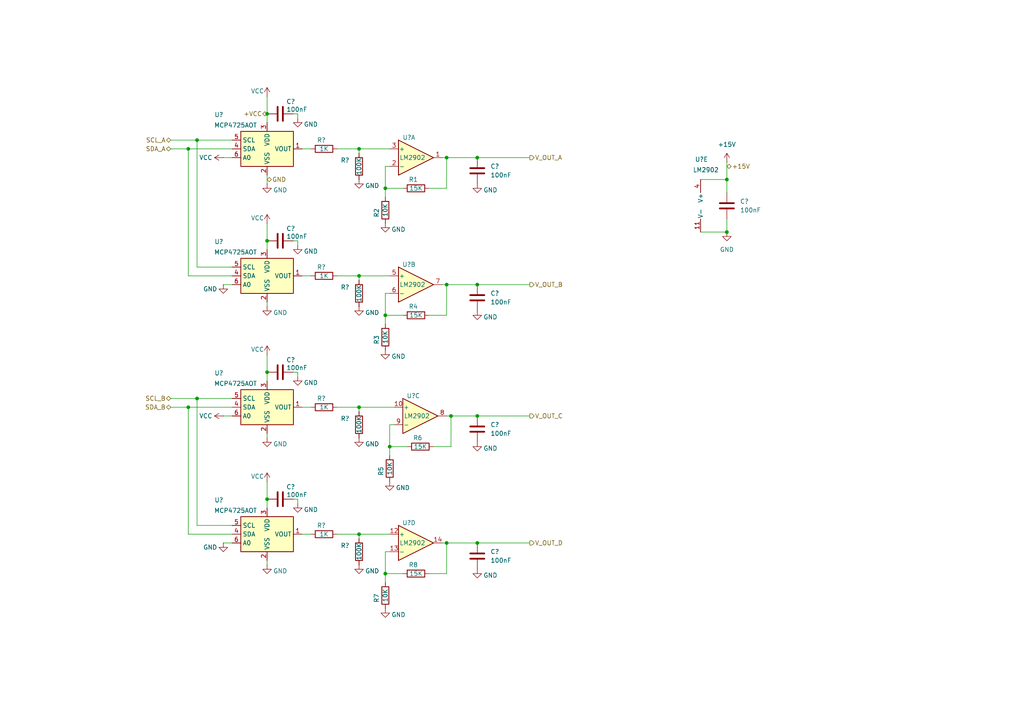
<source format=kicad_sch>
(kicad_sch (version 20250114) (generator "eeschema") (generator_version "9.0")
  (paper "A4")
  (title_block (title "Quad Gerador 0-5V LOW PWR") (date "2025-11-13") (rev "1.0") (company "Centro Oeste Módulos"))
  (lib_symbols
    (symbol "Amplifier_Operational:LM2902" (pin_names (offset 0.127))
      (property "Reference" "U" (at 0 5.08 0))
      (property "Value" "LM2902" (at 0 -5.08 0))
      (symbol "LM2902_1_1"
        (polyline (pts (xy -5.08 5.08) (xy 5.08 0) (xy -5.08 -5.08) (xy -5.08 5.08)) (stroke (width 0.254)) (fill (type background)))
        (pin input line (at -7.62 2.54 0) (length 2.54) (name "+") (number "3"))
        (pin input line (at -7.62 -2.54 0) (length 2.54) (name "-") (number "2"))
        (pin output line (at 7.62 0 180) (length 2.54) (name "~") (number "1"))
      )
      (symbol "LM2902_2_1"
        (polyline (pts (xy -5.08 5.08) (xy 5.08 0) (xy -5.08 -5.08) (xy -5.08 5.08)) (stroke (width 0.254)) (fill (type background)))
        (pin input line (at -7.62 2.54 0) (length 2.54) (name "+") (number "5"))
        (pin input line (at -7.62 -2.54 0) (length 2.54) (name "-") (number "6"))
        (pin output line (at 7.62 0 180) (length 2.54) (name "~") (number "7"))
      )
      (symbol "LM2902_3_1"
        (polyline (pts (xy -5.08 5.08) (xy 5.08 0) (xy -5.08 -5.08) (xy -5.08 5.08)) (stroke (width 0.254)) (fill (type background)))
        (pin input line (at -7.62 2.54 0) (length 2.54) (name "+") (number "10"))
        (pin input line (at -7.62 -2.54 0) (length 2.54) (name "-") (number "9"))
        (pin output line (at 7.62 0 180) (length 2.54) (name "~") (number "8"))
      )
      (symbol "LM2902_4_1"
        (polyline (pts (xy -5.08 5.08) (xy 5.08 0) (xy -5.08 -5.08) (xy -5.08 5.08)) (stroke (width 0.254)) (fill (type background)))
        (pin input line (at -7.62 2.54 0) (length 2.54) (name "+") (number "12"))
        (pin input line (at -7.62 -2.54 0) (length 2.54) (name "-") (number "13"))
        (pin output line (at 7.62 0 180) (length 2.54) (name "~") (number "14"))
      )
      (symbol "LM2902_5_1"
        (pin power_in line (at -2.54 7.62 270) (length 3.81) (name "V+") (number "4"))
        (pin power_in line (at -2.54 -7.62 90) (length 3.81) (name "V-") (number "11"))
      )
    )
    (symbol "Analog_DAC:MCP4725xxx-xCH"
      (property "Reference" "U" (at -6.35 6.35 0))
      (property "Value" "MCP4725xxx-xCH" (at 8.89 6.35 0))
      (symbol "MCP4725xxx-xCH_0_1"
        (rectangle (start -7.62 5.08) (end 7.62 -5.08) (stroke (width 0.254)) (fill (type background)))
      )
      (symbol "MCP4725xxx-xCH_1_1"
        (pin input line (at -10.16 2.54 0) (length 2.54) (name "SCL") (number "5"))
        (pin bidirectional line (at -10.16 0 0) (length 2.54) (name "SDA") (number "4"))
        (pin input line (at -10.16 -2.54 0) (length 2.54) (name "A0") (number "6"))
        (pin power_in line (at 0 7.62 270) (length 2.54) (name "VDD") (number "3"))
        (pin power_in line (at 0 -7.62 90) (length 2.54) (name "VSS") (number "2"))
        (pin output line (at 10.16 0 180) (length 2.54) (name "VOUT") (number "1"))
      )
    )
    (symbol "Device:C" (pin_numbers (hide yes)) (pin_names (offset 0.254))
      (property "Reference" "C" (at 0.635 2.54 0))
      (property "Value" "C" (at 0.635 -2.54 0))
      (symbol "C_0_1"
        (polyline (pts (xy -2.032 0.762) (xy 2.032 0.762)) (stroke (width 0.508)))
        (polyline (pts (xy -2.032 -0.762) (xy 2.032 -0.762)) (stroke (width 0.508)))
      )
      (symbol "C_1_1"
        (pin passive line (at 0 3.81 270) (length 2.794) (name "~") (number "1"))
        (pin passive line (at 0 -3.81 90) (length 2.794) (name "~") (number "2"))
      )
    )
    (symbol "Device:R" (pin_numbers (hide yes)) (pin_names (offset 0))
      (property "Reference" "R" (at 2.032 0 90))
      (property "Value" "R" (at 0 0 90))
      (symbol "R_0_1"
        (rectangle (start -1.016 -2.54) (end 1.016 2.54) (stroke (width 0.254)))
      )
      (symbol "R_1_1"
        (pin passive line (at 0 3.81 270) (length 1.27) (name "~") (number "1"))
        (pin passive line (at 0 -3.81 90) (length 1.27) (name "~") (number "2"))
      )
    )
    (symbol "power:+15V" (power) (pin_numbers (hide yes)) (pin_names (offset 0) (hide yes))
      (property "Value" "+15V" (at 0 3.556 0))
      (symbol "+15V_0_1"
        (polyline (pts (xy -0.762 1.27) (xy 0 2.54)))
        (polyline (pts (xy 0 2.54) (xy 0.762 1.27)))
        (polyline (pts (xy 0 0) (xy 0 2.54)))
      )
      (symbol "+15V_1_1"
        (pin power_in line (at 0 0 90) (length 0) (name "~") (number "1"))
      )
    )
    (symbol "power:GND" (power) (pin_numbers (hide yes)) (pin_names (offset 0) (hide yes))
      (property "Value" "GND" (at 0 -3.81 0))
      (symbol "GND_0_1"
        (polyline (pts (xy 0 0) (xy 0 -1.27) (xy 1.27 -1.27) (xy 0 -2.54) (xy -1.27 -1.27) (xy 0 -1.27)))
      )
      (symbol "GND_1_1"
        (pin power_in line (at 0 0 270) (length 0) (name "~") (number "1"))
      )
    )
    (symbol "power:VCC" (power) (pin_numbers (hide yes)) (pin_names (offset 0) (hide yes))
      (property "Value" "VCC" (at 0 3.556 0))
      (symbol "VCC_0_1"
        (polyline (pts (xy -0.762 1.27) (xy 0 2.54)))
        (polyline (pts (xy 0 2.54) (xy 0.762 1.27)))
        (polyline (pts (xy 0 0) (xy 0 2.54)))
      )
      (symbol "VCC_1_1"
        (pin power_in line (at 0 0 90) (length 0) (name "~") (number "1"))
      )
    )
  )
  (junction (at 210.82 52.07))
  (junction (at 104.14 43.18))
  (junction (at 138.43 82.55))
  (junction (at 54.61 118.11))
  (junction (at 129.54 157.48))
  (junction (at 57.15 115.57))
  (junction (at 54.61 43.18))
  (junction (at 77.47 144.78))
  (junction (at 77.47 107.95))
  (junction (at 57.15 40.64))
  (junction (at 111.76 166.37))
  (junction (at 138.43 157.48))
  (junction (at 138.43 45.72))
  (junction (at 104.14 80.01))
  (junction (at 111.76 54.61))
  (junction (at 111.76 91.44))
  (junction (at 130.81 120.65))
  (junction (at 210.82 67.31))
  (junction (at 113.03 129.54))
  (junction (at 104.14 154.94))
  (junction (at 129.54 82.55))
  (junction (at 138.43 120.65))
  (junction (at 104.14 118.11))
  (junction (at 129.54 45.72))
  (junction (at 77.47 33.02))
  (junction (at 77.47 69.85))
  (wire (pts (xy 86.36 69.85) (xy 85.09 69.85)))
  (wire (pts (xy 129.54 45.72) (xy 128.27 45.72)))
  (wire (pts (xy 64.77 82.55) (xy 67.31 82.55)))
  (wire (pts (xy 138.43 120.65) (xy 153.67 120.65)))
  (wire (pts (xy 64.77 45.72) (xy 67.31 45.72)))
  (wire (pts (xy 67.31 77.47) (xy 57.15 77.47)))
  (wire (pts (xy 125.73 129.54) (xy 130.81 129.54)))
  (wire (pts (xy 87.63 154.94) (xy 90.17 154.94)))
  (wire (pts (xy 57.15 152.4) (xy 57.15 115.57)))
  (wire (pts (xy 104.14 118.11) (xy 104.14 119.38)))
  (wire (pts (xy 113.03 48.26) (xy 111.76 48.26)))
  (wire (pts (xy 86.36 33.02) (xy 85.09 33.02)))
  (wire (pts (xy 77.47 69.85) (xy 77.47 72.39)))
  (wire (pts (xy 57.15 115.57) (xy 67.31 115.57)))
  (wire (pts (xy 104.14 80.01) (xy 104.14 81.28)))
  (wire (pts (xy 77.47 88.9) (xy 77.47 87.63)))
  (wire (pts (xy 124.46 91.44) (xy 129.54 91.44)))
  (wire (pts (xy 86.36 107.95) (xy 86.36 109.22)))
  (wire (pts (xy 129.54 120.65) (xy 130.81 120.65)))
  (wire (pts (xy 104.14 43.18) (xy 104.14 44.45)))
  (wire (pts (xy 129.54 82.55) (xy 138.43 82.55)))
  (wire (pts (xy 54.61 118.11) (xy 67.31 118.11)))
  (wire (pts (xy 77.47 127) (xy 77.47 125.73)))
  (wire (pts (xy 86.36 33.02) (xy 86.36 34.29)))
  (wire (pts (xy 114.3 123.19) (xy 113.03 123.19)))
  (wire (pts (xy 203.2 52.07) (xy 210.82 52.07)))
  (wire (pts (xy 113.03 129.54) (xy 113.03 132.08)))
  (wire (pts (xy 138.43 82.55) (xy 153.67 82.55)))
  (wire (pts (xy 104.14 80.01) (xy 113.03 80.01)))
  (wire (pts (xy 97.79 43.18) (xy 104.14 43.18)))
  (wire (pts (xy 104.14 154.94) (xy 113.03 154.94)))
  (wire (pts (xy 129.54 45.72) (xy 138.43 45.72)))
  (wire (pts (xy 77.47 144.78) (xy 77.47 147.32)))
  (wire (pts (xy 129.54 157.48) (xy 138.43 157.48)))
  (wire (pts (xy 49.53 115.57) (xy 57.15 115.57)))
  (wire (pts (xy 111.76 91.44) (xy 116.84 91.44)))
  (wire (pts (xy 86.36 69.85) (xy 86.36 71.12)))
  (wire (pts (xy 138.43 45.72) (xy 153.67 45.72)))
  (wire (pts (xy 97.79 118.11) (xy 104.14 118.11)))
  (wire (pts (xy 124.46 166.37) (xy 129.54 166.37)))
  (wire (pts (xy 77.47 53.34) (xy 77.47 50.8)))
  (wire (pts (xy 97.79 154.94) (xy 104.14 154.94)))
  (wire (pts (xy 129.54 82.55) (xy 128.27 82.55)))
  (wire (pts (xy 113.03 85.09) (xy 111.76 85.09)))
  (wire (pts (xy 87.63 43.18) (xy 90.17 43.18)))
  (wire (pts (xy 124.46 54.61) (xy 129.54 54.61)))
  (wire (pts (xy 138.43 157.48) (xy 153.67 157.48)))
  (wire (pts (xy 64.77 120.65) (xy 67.31 120.65)))
  (wire (pts (xy 77.47 64.77) (xy 77.47 69.85)))
  (wire (pts (xy 77.47 163.83) (xy 77.47 162.56)))
  (wire (pts (xy 113.03 123.19) (xy 113.03 129.54)))
  (wire (pts (xy 111.76 85.09) (xy 111.76 91.44)))
  (wire (pts (xy 77.47 33.02) (xy 77.47 35.56)))
  (wire (pts (xy 203.2 67.31) (xy 210.82 67.31)))
  (wire (pts (xy 129.54 157.48) (xy 128.27 157.48)))
  (wire (pts (xy 67.31 152.4) (xy 57.15 152.4)))
  (wire (pts (xy 111.76 160.02) (xy 111.76 166.37)))
  (wire (pts (xy 49.53 43.18) (xy 54.61 43.18)))
  (wire (pts (xy 86.36 144.78) (xy 85.09 144.78)))
  (wire (pts (xy 111.76 54.61) (xy 116.84 54.61)))
  (wire (pts (xy 129.54 54.61) (xy 129.54 45.72)))
  (wire (pts (xy 49.53 40.64) (xy 57.15 40.64)))
  (wire (pts (xy 129.54 91.44) (xy 129.54 82.55)))
  (wire (pts (xy 86.36 107.95) (xy 85.09 107.95)))
  (wire (pts (xy 77.47 102.87) (xy 77.47 107.95)))
  (wire (pts (xy 57.15 77.47) (xy 57.15 40.64)))
  (wire (pts (xy 54.61 154.94) (xy 54.61 118.11)))
  (wire (pts (xy 113.03 160.02) (xy 111.76 160.02)))
  (wire (pts (xy 129.54 166.37) (xy 129.54 157.48)))
  (wire (pts (xy 57.15 40.64) (xy 67.31 40.64)))
  (wire (pts (xy 111.76 48.26) (xy 111.76 54.61)))
  (wire (pts (xy 104.14 154.94) (xy 104.14 156.21)))
  (wire (pts (xy 210.82 46.99) (xy 210.82 52.07)))
  (wire (pts (xy 210.82 52.07) (xy 210.82 55.88)))
  (wire (pts (xy 54.61 80.01) (xy 54.61 43.18)))
  (wire (pts (xy 77.47 107.95) (xy 77.47 110.49)))
  (wire (pts (xy 64.77 157.48) (xy 67.31 157.48)))
  (wire (pts (xy 67.31 80.01) (xy 54.61 80.01)))
  (wire (pts (xy 104.14 43.18) (xy 113.03 43.18)))
  (wire (pts (xy 111.76 166.37) (xy 111.76 168.91)))
  (wire (pts (xy 111.76 54.61) (xy 111.76 57.15)))
  (wire (pts (xy 54.61 43.18) (xy 67.31 43.18)))
  (wire (pts (xy 77.47 139.7) (xy 77.47 144.78)))
  (wire (pts (xy 86.36 144.78) (xy 86.36 146.05)))
  (wire (pts (xy 87.63 80.01) (xy 90.17 80.01)))
  (wire (pts (xy 111.76 166.37) (xy 116.84 166.37)))
  (wire (pts (xy 104.14 118.11) (xy 114.3 118.11)))
  (wire (pts (xy 210.82 63.5) (xy 210.82 67.31)))
  (wire (pts (xy 130.81 120.65) (xy 138.43 120.65)))
  (wire (pts (xy 130.81 129.54) (xy 130.81 120.65)))
  (wire (pts (xy 111.76 91.44) (xy 111.76 93.98)))
  (wire (pts (xy 87.63 118.11) (xy 90.17 118.11)))
  (wire (pts (xy 97.79 80.01) (xy 104.14 80.01)))
  (wire (pts (xy 67.31 154.94) (xy 54.61 154.94)))
  (wire (pts (xy 113.03 129.54) (xy 118.11 129.54)))
  (wire (pts (xy 49.53 118.11) (xy 54.61 118.11)))
  (wire (pts (xy 77.47 27.94) (xy 77.47 33.02)))
  (hierarchical_label "SDA_A" (shape bidirectional) (at 49.53 43.18 180))
  (hierarchical_label "GND" (shape bidirectional) (at 77.47 52.07 0))
  (hierarchical_label "SCL_B" (shape bidirectional) (at 49.53 115.57 180))
  (hierarchical_label "+VCC" (shape bidirectional) (at 77.47 33.02 180))
  (hierarchical_label "V_OUT_B" (shape output) (at 153.67 82.55 0))
  (hierarchical_label "SDA_B" (shape bidirectional) (at 49.53 118.11 180))
  (hierarchical_label "V_OUT_A" (shape output) (at 153.67 45.72 0))
  (hierarchical_label "V_OUT_C" (shape output) (at 153.67 120.65 0))
  (hierarchical_label "V_OUT_D" (shape output) (at 153.67 157.48 0))
  (hierarchical_label "SCL_A" (shape bidirectional) (at 49.53 40.64 180))
  (hierarchical_label "+15V" (shape bidirectional) (at 210.82 48.26 0))
  (symbol (lib_id "Device:R") (at 121.92 129.54 90) (unit 1)
    (property "Reference" "R6" (at 121.158 127 90))
    (property "Value" "15K" (at 121.92 129.54 90))
    (property "Footprint" "Resistor_SMD:R_0805_2012Metric" (effects (hide yes)))
    (property "Description" "Resistor" (effects (hide yes)))
  )
  (symbol (lib_id "power:VCC") (at 77.47 27.94 0) (unit 1)
    (property "Reference" "#PWR?" (effects (hide yes)))
    (property "Value" "VCC" (at 74.676 26.416 0))
    (property "Description" "Power symbol creates a global label with name \"VCC\"" (effects (hide yes)))
  )
  (symbol (lib_id "power:VCC") (at 64.77 45.72 90) (unit 1)
    (property "Reference" "#PWR?" (effects (hide yes)))
    (property "Value" "VCC" (at 59.69 45.72 90))
    (property "Description" "Power symbol creates a global label with name \"VCC\"" (effects (hide yes)))
  )
  (symbol (lib_id "power:GND") (at 104.14 127 0) (unit 1)
    (property "Reference" "#PWR?" (effects (hide yes)))
    (property "Value" "GND" (at 107.95 128.778 0))
    (property "Description" "Power symbol creates a global label with name \"GND\" , ground" (effects (hide yes)))
  )
  (symbol (lib_id "Device:R") (at 104.14 48.26 180) (unit 1)
    (property "Reference" "R?" (at 98.806 46.482 0) (effects (justify right)))
    (property "Value" "100K" (at 104.14 50.8 90) (effects (justify right)))
    (property "Footprint" "Resistor_SMD:R_0805_2012Metric" (effects (hide yes)))
    (property "Description" "Resistor" (effects (hide yes)))
  )
  (symbol (lib_id "Device:R") (at 93.98 43.18 90) (unit 1)
    (property "Reference" "R?" (at 93.218 40.64 90))
    (property "Value" "1K" (at 93.98 43.18 90))
    (property "Footprint" "Resistor_SMD:R_0805_2012Metric" (effects (hide yes)))
    (property "Description" "Resistor" (effects (hide yes)))
  )
  (symbol (lib_id "Device:C") (at 81.28 69.85 90) (unit 1)
    (property "Reference" "C?" (at 84.328 66.294 90))
    (property "Value" "100nF" (at 86.106 68.58 90))
    (property "Footprint" "Capacitor_SMD:C_0805_2012Metric" (effects (hide yes)))
    (property "Description" "Unpolarized capacitor" (effects (hide yes)))
  )
  (symbol (lib_id "Device:R") (at 93.98 118.11 90) (unit 1)
    (property "Reference" "R?" (at 93.218 115.57 90))
    (property "Value" "1K" (at 93.98 118.11 90))
    (property "Footprint" "Resistor_SMD:R_0805_2012Metric" (effects (hide yes)))
    (property "Description" "Resistor" (effects (hide yes)))
  )
  (symbol (lib_id "Device:R") (at 111.76 172.72 180) (unit 1)
    (property "Reference" "R7" (at 109.22 173.482 90))
    (property "Value" "10K" (at 111.76 172.72 90))
    (property "Footprint" "Resistor_SMD:R_0805_2012Metric" (effects (hide yes)))
    (property "Description" "Resistor" (effects (hide yes)))
  )
  (symbol (lib_id "Amplifier_Operational:LM2902") (at 121.92 120.65 0) (unit 3)
    (property "Reference" "U?" (at 119.888 114.808 0))
    (property "Value" "LM2902" (at 120.904 120.65 0))
    (property "Footprint" "Package_SO:SOIC-14_3.9x8.7mm_P1.27mm" (effects (hide yes)))
    (property "Datasheet" "http://www.ti.com/lit/ds/symlink/lm2902-n.pdf" (effects (hide yes)))
    (property "Description" "Low-Power, Quad-Operational Amplifiers, DIP-14/SOIC-14/SSOP-14" (effects (hide yes)))
  )
  (symbol (lib_id "Device:R") (at 120.65 91.44 90) (unit 1)
    (property "Reference" "R4" (at 119.888 88.9 90))
    (property "Value" "15K" (at 120.65 91.44 90))
    (property "Footprint" "Resistor_SMD:R_0805_2012Metric" (effects (hide yes)))
    (property "Description" "Resistor" (effects (hide yes)))
  )
  (symbol (lib_id "Device:C") (at 81.28 33.02 90) (unit 1)
    (property "Reference" "C?" (at 84.328 29.464 90))
    (property "Value" "100nF" (at 86.106 31.75 90))
    (property "Footprint" "Capacitor_SMD:C_0805_2012Metric" (effects (hide yes)))
    (property "Description" "Unpolarized capacitor" (effects (hide yes)))
  )
  (symbol (lib_id "Device:C") (at 81.28 144.78 90) (unit 1)
    (property "Reference" "C?" (at 84.328 141.224 90))
    (property "Value" "100nF" (at 86.106 143.51 90))
    (property "Footprint" "Capacitor_SMD:C_0805_2012Metric" (effects (hide yes)))
    (property "Description" "Unpolarized capacitor" (effects (hide yes)))
  )
  (symbol (lib_id "Device:R") (at 113.03 135.89 180) (unit 1)
    (property "Reference" "R5" (at 110.49 136.652 90))
    (property "Value" "10K" (at 113.03 135.89 90))
    (property "Footprint" "Resistor_SMD:R_0805_2012Metric" (effects (hide yes)))
    (property "Description" "Resistor" (effects (hide yes)))
  )
  (symbol (lib_id "Device:C") (at 210.82 59.69 0) (unit 1)
    (property "Reference" "C?" (at 214.63 58.4199 0) (effects (justify left)))
    (property "Value" "100nF" (at 214.63 60.9599 0) (effects (justify left)))
    (property "Footprint" "Capacitor_SMD:C_0805_2012Metric" (effects (hide yes)))
    (property "Description" "Unpolarized capacitor" (effects (hide yes)))
  )
  (symbol (lib_id "power:GND") (at 138.43 165.1 0) (unit 1)
    (property "Reference" "#PWR?" (effects (hide yes)))
    (property "Value" "GND" (at 142.24 166.878 0))
    (property "Description" "Power symbol creates a global label with name \"GND\" , ground" (effects (hide yes)))
  )
  (symbol (lib_id "Device:C") (at 138.43 49.53 0) (unit 1)
    (property "Reference" "C?" (at 142.24 48.2599 0) (effects (justify left)))
    (property "Value" "100nF" (at 142.24 50.7999 0) (effects (justify left)))
    (property "Footprint" "Capacitor_SMD:C_0805_2012Metric" (effects (hide yes)))
    (property "Description" "Unpolarized capacitor" (effects (hide yes)))
  )
  (symbol (lib_id "power:GND") (at 77.47 127 0) (unit 1)
    (property "Reference" "#PWR?" (effects (hide yes)))
    (property "Value" "GND" (at 81.28 128.778 0))
    (property "Description" "Power symbol creates a global label with name \"GND\" , ground" (effects (hide yes)))
  )
  (symbol (lib_id "power:GND") (at 86.36 71.12 0) (unit 1)
    (property "Reference" "#PWR?" (effects (hide yes)))
    (property "Value" "GND" (at 90.17 72.898 0))
    (property "Description" "Power symbol creates a global label with name \"GND\" , ground" (effects (hide yes)))
  )
  (symbol (lib_id "Amplifier_Operational:LM2902") (at 120.65 157.48 0) (unit 4)
    (property "Reference" "U?" (at 118.618 151.638 0))
    (property "Value" "LM2902" (at 119.634 157.48 0))
    (property "Footprint" "Package_SO:SOIC-14_3.9x8.7mm_P1.27mm" (effects (hide yes)))
    (property "Datasheet" "http://www.ti.com/lit/ds/symlink/lm2902-n.pdf" (effects (hide yes)))
    (property "Description" "Low-Power, Quad-Operational Amplifiers, DIP-14/SOIC-14/SSOP-14" (effects (hide yes)))
  )
  (symbol (lib_id "Device:C") (at 138.43 124.46 0) (unit 1)
    (property "Reference" "C?" (at 142.24 123.1899 0) (effects (justify left)))
    (property "Value" "100nF" (at 142.24 125.7299 0) (effects (justify left)))
    (property "Footprint" "Capacitor_SMD:C_0805_2012Metric" (effects (hide yes)))
    (property "Description" "Unpolarized capacitor" (effects (hide yes)))
  )
  (symbol (lib_id "Analog_DAC:MCP4725xxx-xCH") (at 77.47 43.18 0) (unit 1)
    (property "Reference" "U?" (at 63.5 33.274 0))
    (property "Value" "MCP4725AOT" (at 68.326 36.322 0))
    (property "Footprint" "Package_TO_SOT_SMD:SOT-23-6" (effects (hide yes)))
    (property "Datasheet" "http://ww1.microchip.com/downloads/en/DeviceDoc/22039d.pdf" (effects (hide yes)))
    (property "Description" "12-bit Digital-to-Analog Converter, integrated EEPROM, I2C interface, SOT-23-6" (effects (hide yes)))
  )
  (symbol (lib_id "power:GND") (at 86.36 109.22 0) (unit 1)
    (property "Reference" "#PWR?" (effects (hide yes)))
    (property "Value" "GND" (at 90.17 110.998 0))
    (property "Description" "Power symbol creates a global label with name \"GND\" , ground" (effects (hide yes)))
  )
  (symbol (lib_id "power:VCC") (at 77.47 102.87 0) (unit 1)
    (property "Reference" "#PWR?" (effects (hide yes)))
    (property "Value" "VCC" (at 74.676 101.346 0))
    (property "Description" "Power symbol creates a global label with name \"VCC\"" (effects (hide yes)))
  )
  (symbol (lib_id "power:GND") (at 64.77 82.55 0) (unit 1)
    (property "Reference" "#PWR?" (effects (hide yes)))
    (property "Value" "GND" (at 60.96 83.82 0))
    (property "Description" "Power symbol creates a global label with name \"GND\" , ground" (effects (hide yes)))
  )
  (symbol (lib_id "power:GND") (at 111.76 64.77 0) (unit 1)
    (property "Reference" "#PWR01" (effects (hide yes)))
    (property "Value" "GND" (at 115.57 66.548 0))
    (property "Description" "Power symbol creates a global label with name \"GND\" , ground" (effects (hide yes)))
  )
  (symbol (lib_id "power:VCC") (at 64.77 120.65 90) (unit 1)
    (property "Reference" "#PWR?" (effects (hide yes)))
    (property "Value" "VCC" (at 59.69 120.65 90))
    (property "Description" "Power symbol creates a global label with name \"VCC\"" (effects (hide yes)))
  )
  (symbol (lib_id "Amplifier_Operational:LM2902") (at 205.74 59.69 0) (unit 5)
    (property "Reference" "U?" (at 203.454 46.228 0))
    (property "Value" "LM2902" (at 204.724 49.276 0))
    (property "Footprint" "Package_SO:SOIC-14_3.9x8.7mm_P1.27mm" (effects (hide yes)))
    (property "Datasheet" "http://www.ti.com/lit/ds/symlink/lm2902-n.pdf" (effects (hide yes)))
    (property "Description" "Low-Power, Quad-Operational Amplifiers, DIP-14/SOIC-14/SSOP-14" (effects (hide yes)))
  )
  (symbol (lib_id "Device:R") (at 93.98 80.01 90) (unit 1)
    (property "Reference" "R?" (at 93.218 77.47 90))
    (property "Value" "1K" (at 93.98 80.01 90))
    (property "Footprint" "Resistor_SMD:R_0805_2012Metric" (effects (hide yes)))
    (property "Description" "Resistor" (effects (hide yes)))
  )
  (symbol (lib_id "Analog_DAC:MCP4725xxx-xCH") (at 77.47 154.94 0) (unit 1)
    (property "Reference" "U?" (at 63.5 145.034 0))
    (property "Value" "MCP4725AOT" (at 68.326 148.082 0))
    (property "Footprint" "Package_TO_SOT_SMD:SOT-23-6" (effects (hide yes)))
    (property "Datasheet" "http://ww1.microchip.com/downloads/en/DeviceDoc/22039d.pdf" (effects (hide yes)))
    (property "Description" "12-bit Digital-to-Analog Converter, integrated EEPROM, I2C interface, SOT-23-6" (effects (hide yes)))
  )
  (symbol (lib_id "power:GND") (at 77.47 163.83 0) (unit 1)
    (property "Reference" "#PWR?" (effects (hide yes)))
    (property "Value" "GND" (at 81.28 165.608 0))
    (property "Description" "Power symbol creates a global label with name \"GND\" , ground" (effects (hide yes)))
  )
  (symbol (lib_id "power:GND") (at 64.77 157.48 0) (unit 1)
    (property "Reference" "#PWR?" (effects (hide yes)))
    (property "Value" "GND" (at 60.96 158.75 0))
    (property "Description" "Power symbol creates a global label with name \"GND\" , ground" (effects (hide yes)))
  )
  (symbol (lib_id "Device:R") (at 120.65 54.61 90) (unit 1)
    (property "Reference" "R1" (at 119.888 52.07 90))
    (property "Value" "15K" (at 120.65 54.61 90))
    (property "Footprint" "Resistor_SMD:R_0805_2012Metric" (effects (hide yes)))
    (property "Description" "Resistor" (effects (hide yes)))
  )
  (symbol (lib_id "power:GND") (at 111.76 101.6 0) (unit 1)
    (property "Reference" "#PWR02" (effects (hide yes)))
    (property "Value" "GND" (at 115.57 103.378 0))
    (property "Description" "Power symbol creates a global label with name \"GND\" , ground" (effects (hide yes)))
  )
  (symbol (lib_id "power:GND") (at 86.36 146.05 0) (unit 1)
    (property "Reference" "#PWR?" (effects (hide yes)))
    (property "Value" "GND" (at 90.17 147.828 0))
    (property "Description" "Power symbol creates a global label with name \"GND\" , ground" (effects (hide yes)))
  )
  (symbol (lib_id "Analog_DAC:MCP4725xxx-xCH") (at 77.47 118.11 0) (unit 1)
    (property "Reference" "U?" (at 63.5 108.204 0))
    (property "Value" "MCP4725AOT" (at 68.326 111.252 0))
    (property "Footprint" "Package_TO_SOT_SMD:SOT-23-6" (effects (hide yes)))
    (property "Datasheet" "http://ww1.microchip.com/downloads/en/DeviceDoc/22039d.pdf" (effects (hide yes)))
    (property "Description" "12-bit Digital-to-Analog Converter, integrated EEPROM, I2C interface, SOT-23-6" (effects (hide yes)))
  )
  (symbol (lib_id "Amplifier_Operational:LM2902") (at 120.65 45.72 0) (unit 1)
    (property "Reference" "U?" (at 118.618 39.878 0))
    (property "Value" "LM2902" (at 119.634 45.72 0))
    (property "Footprint" "Package_SO:SOIC-14_3.9x8.7mm_P1.27mm" (effects (hide yes)))
    (property "Datasheet" "http://www.ti.com/lit/ds/symlink/lm2902-n.pdf" (effects (hide yes)))
    (property "Description" "Low-Power, Quad-Operational Amplifiers, DIP-14/SOIC-14/SSOP-14" (effects (hide yes)))
  )
  (symbol (lib_id "Device:C") (at 81.28 107.95 90) (unit 1)
    (property "Reference" "C?" (at 84.328 104.394 90))
    (property "Value" "100nF" (at 86.106 106.68 90))
    (property "Footprint" "Capacitor_SMD:C_0805_2012Metric" (effects (hide yes)))
    (property "Description" "Unpolarized capacitor" (effects (hide yes)))
  )
  (symbol (lib_id "power:GND") (at 210.82 67.31 0) (unit 1)
    (property "Reference" "#PWR?" (effects (hide yes)))
    (property "Value" "GND" (at 210.82 72.39 0))
    (property "Description" "Power symbol creates a global label with name \"GND\" , ground" (effects (hide yes)))
  )
  (symbol (lib_id "Device:R") (at 111.76 60.96 180) (unit 1)
    (property "Reference" "R2" (at 109.22 61.722 90))
    (property "Value" "10K" (at 111.76 60.96 90))
    (property "Footprint" "Resistor_SMD:R_0805_2012Metric" (effects (hide yes)))
    (property "Description" "Resistor" (effects (hide yes)))
  )
  (symbol (lib_id "power:GND") (at 104.14 88.9 0) (unit 1)
    (property "Reference" "#PWR?" (effects (hide yes)))
    (property "Value" "GND" (at 107.95 90.678 0))
    (property "Description" "Power symbol creates a global label with name \"GND\" , ground" (effects (hide yes)))
  )
  (symbol (lib_id "power:GND") (at 138.43 128.27 0) (unit 1)
    (property "Reference" "#PWR?" (effects (hide yes)))
    (property "Value" "GND" (at 142.24 130.048 0))
    (property "Description" "Power symbol creates a global label with name \"GND\" , ground" (effects (hide yes)))
  )
  (symbol (lib_id "Analog_DAC:MCP4725xxx-xCH") (at 77.47 80.01 0) (unit 1)
    (property "Reference" "U?" (at 63.5 70.104 0))
    (property "Value" "MCP4725AOT" (at 68.326 73.152 0))
    (property "Footprint" "Package_TO_SOT_SMD:SOT-23-6" (effects (hide yes)))
    (property "Datasheet" "http://ww1.microchip.com/downloads/en/DeviceDoc/22039d.pdf" (effects (hide yes)))
    (property "Description" "12-bit Digital-to-Analog Converter, integrated EEPROM, I2C interface, SOT-23-6" (effects (hide yes)))
  )
  (symbol (lib_id "power:GND") (at 104.14 52.07 0) (unit 1)
    (property "Reference" "#PWR?" (effects (hide yes)))
    (property "Value" "GND" (at 107.95 53.848 0))
    (property "Description" "Power symbol creates a global label with name \"GND\" , ground" (effects (hide yes)))
  )
  (symbol (lib_id "Device:R") (at 104.14 123.19 180) (unit 1)
    (property "Reference" "R?" (at 98.806 121.412 0) (effects (justify right)))
    (property "Value" "100K" (at 104.14 125.73 90) (effects (justify right)))
    (property "Footprint" "Resistor_SMD:R_0805_2012Metric" (effects (hide yes)))
    (property "Description" "Resistor" (effects (hide yes)))
  )
  (symbol (lib_id "Device:R") (at 93.98 154.94 90) (unit 1)
    (property "Reference" "R?" (at 93.218 152.4 90))
    (property "Value" "1K" (at 93.98 154.94 90))
    (property "Footprint" "Resistor_SMD:R_0805_2012Metric" (effects (hide yes)))
    (property "Description" "Resistor" (effects (hide yes)))
  )
  (symbol (lib_id "power:GND") (at 77.47 88.9 0) (unit 1)
    (property "Reference" "#PWR?" (effects (hide yes)))
    (property "Value" "GND" (at 81.28 90.678 0))
    (property "Description" "Power symbol creates a global label with name \"GND\" , ground" (effects (hide yes)))
  )
  (symbol (lib_id "Amplifier_Operational:LM2902") (at 120.65 82.55 0) (unit 2)
    (property "Reference" "U?" (at 118.618 76.708 0))
    (property "Value" "LM2902" (at 119.634 82.55 0))
    (property "Footprint" "Package_SO:SOIC-14_3.9x8.7mm_P1.27mm" (effects (hide yes)))
    (property "Datasheet" "http://www.ti.com/lit/ds/symlink/lm2902-n.pdf" (effects (hide yes)))
    (property "Description" "Low-Power, Quad-Operational Amplifiers, DIP-14/SOIC-14/SSOP-14" (effects (hide yes)))
  )
  (symbol (lib_id "power:+15V") (at 210.82 46.99 0) (unit 1)
    (property "Reference" "#PWR?" (effects (hide yes)))
    (property "Value" "+15V" (at 210.82 41.91 0))
    (property "Description" "Power symbol creates a global label with name \"+15V\"" (effects (hide yes)))
  )
  (symbol (lib_id "power:GND") (at 86.36 34.29 0) (unit 1)
    (property "Reference" "#PWR?" (effects (hide yes)))
    (property "Value" "GND" (at 90.17 36.068 0))
    (property "Description" "Power symbol creates a global label with name \"GND\" , ground" (effects (hide yes)))
  )
  (symbol (lib_id "power:GND") (at 138.43 90.17 0) (unit 1)
    (property "Reference" "#PWR?" (effects (hide yes)))
    (property "Value" "GND" (at 142.24 91.948 0))
    (property "Description" "Power symbol creates a global label with name \"GND\" , ground" (effects (hide yes)))
  )
  (symbol (lib_id "power:GND") (at 111.76 176.53 0) (unit 1)
    (property "Reference" "#PWR04" (effects (hide yes)))
    (property "Value" "GND" (at 115.57 178.308 0))
    (property "Description" "Power symbol creates a global label with name \"GND\" , ground" (effects (hide yes)))
  )
  (symbol (lib_id "power:GND") (at 104.14 163.83 0) (unit 1)
    (property "Reference" "#PWR?" (effects (hide yes)))
    (property "Value" "GND" (at 107.95 165.608 0))
    (property "Description" "Power symbol creates a global label with name \"GND\" , ground" (effects (hide yes)))
  )
  (symbol (lib_id "Device:C") (at 138.43 86.36 0) (unit 1)
    (property "Reference" "C?" (at 142.24 85.0899 0) (effects (justify left)))
    (property "Value" "100nF" (at 142.24 87.6299 0) (effects (justify left)))
    (property "Footprint" "Capacitor_SMD:C_0805_2012Metric" (effects (hide yes)))
    (property "Description" "Unpolarized capacitor" (effects (hide yes)))
  )
  (symbol (lib_id "power:GND") (at 113.03 139.7 0) (unit 1)
    (property "Reference" "#PWR03" (effects (hide yes)))
    (property "Value" "GND" (at 116.84 141.478 0))
    (property "Description" "Power symbol creates a global label with name \"GND\" , ground" (effects (hide yes)))
  )
  (symbol (lib_id "power:VCC") (at 77.47 139.7 0) (unit 1)
    (property "Reference" "#PWR?" (effects (hide yes)))
    (property "Value" "VCC" (at 74.676 138.176 0))
    (property "Description" "Power symbol creates a global label with name \"VCC\"" (effects (hide yes)))
  )
  (symbol (lib_id "Device:C") (at 138.43 161.29 0) (unit 1)
    (property "Reference" "C?" (at 142.24 160.0199 0) (effects (justify left)))
    (property "Value" "100nF" (at 142.24 162.5599 0) (effects (justify left)))
    (property "Footprint" "Capacitor_SMD:C_0805_2012Metric" (effects (hide yes)))
    (property "Description" "Unpolarized capacitor" (effects (hide yes)))
  )
  (symbol (lib_id "Device:R") (at 111.76 97.79 180) (unit 1)
    (property "Reference" "R3" (at 109.22 98.552 90))
    (property "Value" "10K" (at 111.76 97.79 90))
    (property "Footprint" "Resistor_SMD:R_0805_2012Metric" (effects (hide yes)))
    (property "Description" "Resistor" (effects (hide yes)))
  )
  (symbol (lib_id "power:GND") (at 138.43 53.34 0) (unit 1)
    (property "Reference" "#PWR?" (effects (hide yes)))
    (property "Value" "GND" (at 142.24 55.118 0))
    (property "Description" "Power symbol creates a global label with name \"GND\" , ground" (effects (hide yes)))
  )
  (symbol (lib_id "Device:R") (at 120.65 166.37 90) (unit 1)
    (property "Reference" "R8" (at 119.888 163.83 90))
    (property "Value" "15K" (at 120.65 166.37 90))
    (property "Footprint" "Resistor_SMD:R_0805_2012Metric" (effects (hide yes)))
    (property "Description" "Resistor" (effects (hide yes)))
  )
  (symbol (lib_id "Device:R") (at 104.14 160.02 180) (unit 1)
    (property "Reference" "R?" (at 98.806 158.242 0) (effects (justify right)))
    (property "Value" "100K" (at 104.14 162.56 90) (effects (justify right)))
    (property "Footprint" "Resistor_SMD:R_0805_2012Metric" (effects (hide yes)))
    (property "Description" "Resistor" (effects (hide yes)))
  )
  (symbol (lib_id "power:VCC") (at 77.47 64.77 0) (unit 1)
    (property "Reference" "#PWR?" (effects (hide yes)))
    (property "Value" "VCC" (at 74.676 63.246 0))
    (property "Description" "Power symbol creates a global label with name \"VCC\"" (effects (hide yes)))
  )
  (symbol (lib_id "power:GND") (at 77.47 53.34 0) (unit 1)
    (property "Reference" "#PWR?" (effects (hide yes)))
    (property "Value" "GND" (at 81.28 55.118 0))
    (property "Description" "Power symbol creates a global label with name \"GND\" , ground" (effects (hide yes)))
  )
  (symbol (lib_id "Device:R") (at 104.14 85.09 180) (unit 1)
    (property "Reference" "R?" (at 98.806 83.312 0) (effects (justify right)))
    (property "Value" "100K" (at 104.14 87.63 90) (effects (justify right)))
    (property "Footprint" "Resistor_SMD:R_0805_2012Metric" (effects (hide yes)))
    (property "Description" "Resistor" (effects (hide yes)))
  )
)
</source>
